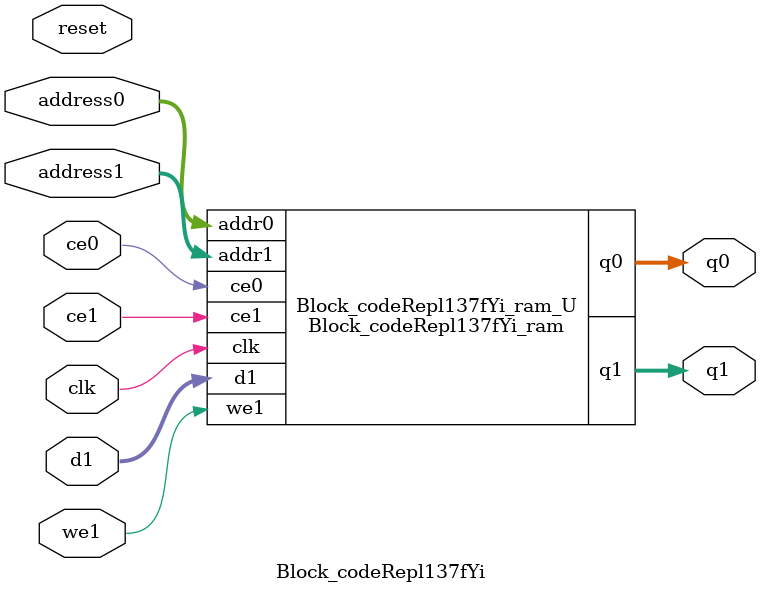
<source format=v>
`timescale 1 ns / 1 ps
module Block_codeRepl137fYi_ram (addr0, ce0, q0, addr1, ce1, d1, we1, q1,  clk);

parameter DWIDTH = 32;
parameter AWIDTH = 4;
parameter MEM_SIZE = 9;

input[AWIDTH-1:0] addr0;
input ce0;
output reg[DWIDTH-1:0] q0;
input[AWIDTH-1:0] addr1;
input ce1;
input[DWIDTH-1:0] d1;
input we1;
output reg[DWIDTH-1:0] q1;
input clk;

(* ram_style = "distributed" *)reg [DWIDTH-1:0] ram[0:MEM_SIZE-1];




always @(posedge clk)  
begin 
    if (ce0) begin
        q0 <= ram[addr0];
    end
end


always @(posedge clk)  
begin 
    if (ce1) begin
        if (we1) 
            ram[addr1] <= d1; 
        q1 <= ram[addr1];
    end
end


endmodule

`timescale 1 ns / 1 ps
module Block_codeRepl137fYi(
    reset,
    clk,
    address0,
    ce0,
    q0,
    address1,
    ce1,
    we1,
    d1,
    q1);

parameter DataWidth = 32'd32;
parameter AddressRange = 32'd9;
parameter AddressWidth = 32'd4;
input reset;
input clk;
input[AddressWidth - 1:0] address0;
input ce0;
output[DataWidth - 1:0] q0;
input[AddressWidth - 1:0] address1;
input ce1;
input we1;
input[DataWidth - 1:0] d1;
output[DataWidth - 1:0] q1;



Block_codeRepl137fYi_ram Block_codeRepl137fYi_ram_U(
    .clk( clk ),
    .addr0( address0 ),
    .ce0( ce0 ),
    .q0( q0 ),
    .addr1( address1 ),
    .ce1( ce1 ),
    .we1( we1 ),
    .d1( d1 ),
    .q1( q1 ));

endmodule


</source>
